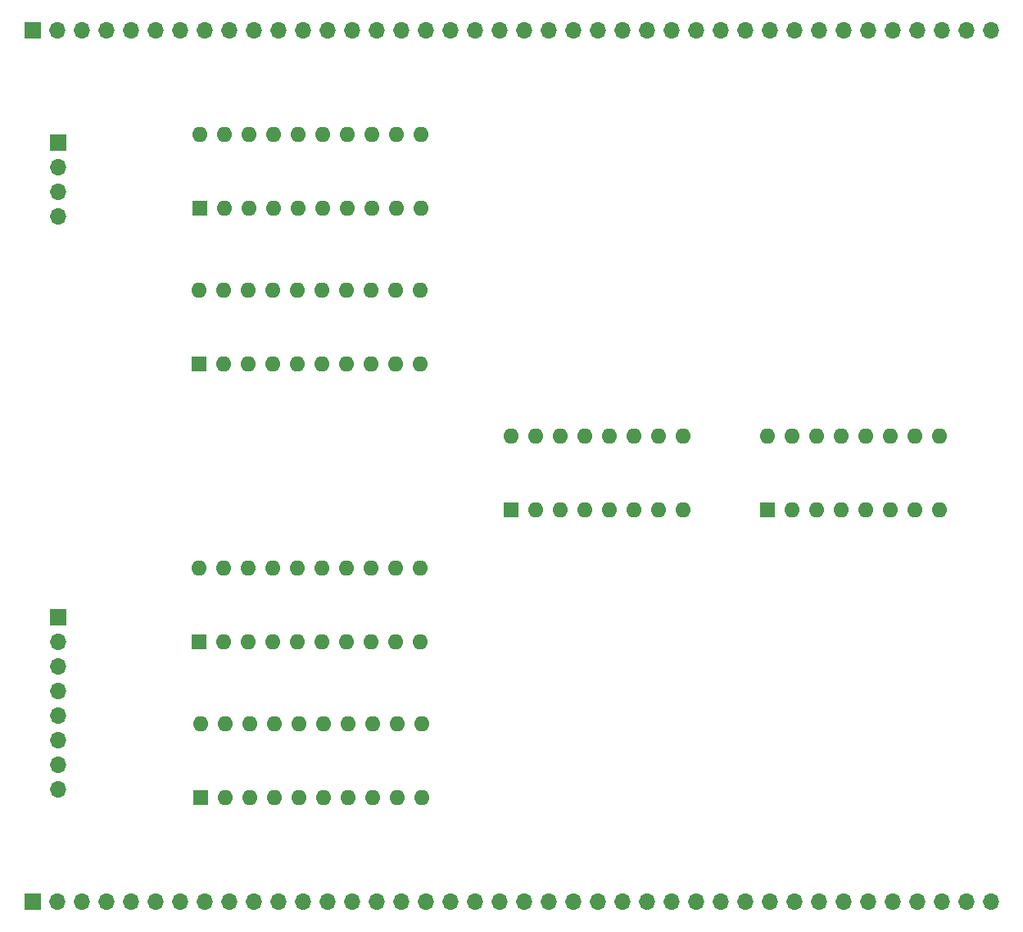
<source format=gbs>
G04 #@! TF.GenerationSoftware,KiCad,Pcbnew,(5.1.9)-1*
G04 #@! TF.CreationDate,2022-07-23T11:33:05-04:00*
G04 #@! TF.ProjectId,xy-register,78792d72-6567-4697-9374-65722e6b6963,2.0*
G04 #@! TF.SameCoordinates,Original*
G04 #@! TF.FileFunction,Soldermask,Bot*
G04 #@! TF.FilePolarity,Negative*
%FSLAX46Y46*%
G04 Gerber Fmt 4.6, Leading zero omitted, Abs format (unit mm)*
G04 Created by KiCad (PCBNEW (5.1.9)-1) date 2022-07-23 11:33:05*
%MOMM*%
%LPD*%
G01*
G04 APERTURE LIST*
%ADD10O,1.700000X1.700000*%
%ADD11R,1.700000X1.700000*%
%ADD12O,1.600000X1.600000*%
%ADD13R,1.600000X1.600000*%
G04 APERTURE END LIST*
D10*
X89000000Y-65220000D03*
X89000000Y-62680000D03*
X89000000Y-60140000D03*
D11*
X89000000Y-57600000D03*
D12*
X103600000Y-101580000D03*
X126460000Y-109200000D03*
X106140000Y-101580000D03*
X123920000Y-109200000D03*
X108680000Y-101580000D03*
X121380000Y-109200000D03*
X111220000Y-101580000D03*
X118840000Y-109200000D03*
X113760000Y-101580000D03*
X116300000Y-109200000D03*
X116300000Y-101580000D03*
X113760000Y-109200000D03*
X118840000Y-101580000D03*
X111220000Y-109200000D03*
X121380000Y-101580000D03*
X108680000Y-109200000D03*
X123920000Y-101580000D03*
X106140000Y-109200000D03*
X126460000Y-101580000D03*
D13*
X103600000Y-109200000D03*
D12*
X162360000Y-87880000D03*
X180140000Y-95500000D03*
X164900000Y-87880000D03*
X177600000Y-95500000D03*
X167440000Y-87880000D03*
X175060000Y-95500000D03*
X169980000Y-87880000D03*
X172520000Y-95500000D03*
X172520000Y-87880000D03*
X169980000Y-95500000D03*
X175060000Y-87880000D03*
X167440000Y-95500000D03*
X177600000Y-87880000D03*
X164900000Y-95500000D03*
X180140000Y-87880000D03*
D13*
X162360000Y-95500000D03*
D12*
X135900000Y-87880000D03*
X153680000Y-95500000D03*
X138440000Y-87880000D03*
X151140000Y-95500000D03*
X140980000Y-87880000D03*
X148600000Y-95500000D03*
X143520000Y-87880000D03*
X146060000Y-95500000D03*
X146060000Y-87880000D03*
X143520000Y-95500000D03*
X148600000Y-87880000D03*
X140980000Y-95500000D03*
X151140000Y-87880000D03*
X138440000Y-95500000D03*
X153680000Y-87880000D03*
D13*
X135900000Y-95500000D03*
D10*
X89000000Y-124380000D03*
X89000000Y-121840000D03*
X89000000Y-119300000D03*
X89000000Y-116760000D03*
X89000000Y-114220000D03*
X89000000Y-111680000D03*
X89000000Y-109140000D03*
D11*
X89000000Y-106600000D03*
D12*
X103700000Y-56780000D03*
X126560000Y-64400000D03*
X106240000Y-56780000D03*
X124020000Y-64400000D03*
X108780000Y-56780000D03*
X121480000Y-64400000D03*
X111320000Y-56780000D03*
X118940000Y-64400000D03*
X113860000Y-56780000D03*
X116400000Y-64400000D03*
X116400000Y-56780000D03*
X113860000Y-64400000D03*
X118940000Y-56780000D03*
X111320000Y-64400000D03*
X121480000Y-56780000D03*
X108780000Y-64400000D03*
X124020000Y-56780000D03*
X106240000Y-64400000D03*
X126560000Y-56780000D03*
D13*
X103700000Y-64400000D03*
D12*
X103600000Y-72880000D03*
X126460000Y-80500000D03*
X106140000Y-72880000D03*
X123920000Y-80500000D03*
X108680000Y-72880000D03*
X121380000Y-80500000D03*
X111220000Y-72880000D03*
X118840000Y-80500000D03*
X113760000Y-72880000D03*
X116300000Y-80500000D03*
X116300000Y-72880000D03*
X113760000Y-80500000D03*
X118840000Y-72880000D03*
X111220000Y-80500000D03*
X121380000Y-72880000D03*
X108680000Y-80500000D03*
X123920000Y-72880000D03*
X106140000Y-80500000D03*
X126460000Y-72880000D03*
D13*
X103600000Y-80500000D03*
D12*
X103800000Y-117680000D03*
X126660000Y-125300000D03*
X106340000Y-117680000D03*
X124120000Y-125300000D03*
X108880000Y-117680000D03*
X121580000Y-125300000D03*
X111420000Y-117680000D03*
X119040000Y-125300000D03*
X113960000Y-117680000D03*
X116500000Y-125300000D03*
X116500000Y-117680000D03*
X113960000Y-125300000D03*
X119040000Y-117680000D03*
X111420000Y-125300000D03*
X121580000Y-117680000D03*
X108880000Y-125300000D03*
X124120000Y-117680000D03*
X106340000Y-125300000D03*
X126660000Y-117680000D03*
D13*
X103800000Y-125300000D03*
D10*
X185460000Y-136000000D03*
X182920000Y-136000000D03*
X180380000Y-136000000D03*
X177840000Y-136000000D03*
X175300000Y-136000000D03*
X172760000Y-136000000D03*
X170220000Y-136000000D03*
X167680000Y-136000000D03*
X165140000Y-136000000D03*
X162600000Y-136000000D03*
X160060000Y-136000000D03*
X157520000Y-136000000D03*
X154980000Y-136000000D03*
X152440000Y-136000000D03*
X149900000Y-136000000D03*
X147360000Y-136000000D03*
X144820000Y-136000000D03*
X142280000Y-136000000D03*
X139740000Y-136000000D03*
X137200000Y-136000000D03*
X134660000Y-136000000D03*
X132120000Y-136000000D03*
X129580000Y-136000000D03*
X127040000Y-136000000D03*
X124500000Y-136000000D03*
X121960000Y-136000000D03*
X119420000Y-136000000D03*
X116880000Y-136000000D03*
X114340000Y-136000000D03*
X111800000Y-136000000D03*
X109260000Y-136000000D03*
X106720000Y-136000000D03*
X104180000Y-136000000D03*
X101640000Y-136000000D03*
X99100000Y-136000000D03*
X96560000Y-136000000D03*
X94020000Y-136000000D03*
X91480000Y-136000000D03*
X88940000Y-136000000D03*
D11*
X86400000Y-136000000D03*
D10*
X185460000Y-46000000D03*
X182920000Y-46000000D03*
X180380000Y-46000000D03*
X177840000Y-46000000D03*
X175300000Y-46000000D03*
X172760000Y-46000000D03*
X170220000Y-46000000D03*
X167680000Y-46000000D03*
X165140000Y-46000000D03*
X162600000Y-46000000D03*
X160060000Y-46000000D03*
X157520000Y-46000000D03*
X154980000Y-46000000D03*
X152440000Y-46000000D03*
X149900000Y-46000000D03*
X147360000Y-46000000D03*
X144820000Y-46000000D03*
X142280000Y-46000000D03*
X139740000Y-46000000D03*
X137200000Y-46000000D03*
X134660000Y-46000000D03*
X132120000Y-46000000D03*
X129580000Y-46000000D03*
X127040000Y-46000000D03*
X124500000Y-46000000D03*
X121960000Y-46000000D03*
X119420000Y-46000000D03*
X116880000Y-46000000D03*
X114340000Y-46000000D03*
X111800000Y-46000000D03*
X109260000Y-46000000D03*
X106720000Y-46000000D03*
X104180000Y-46000000D03*
X101640000Y-46000000D03*
X99100000Y-46000000D03*
X96560000Y-46000000D03*
X94020000Y-46000000D03*
X91480000Y-46000000D03*
X88940000Y-46000000D03*
D11*
X86400000Y-46000000D03*
M02*

</source>
